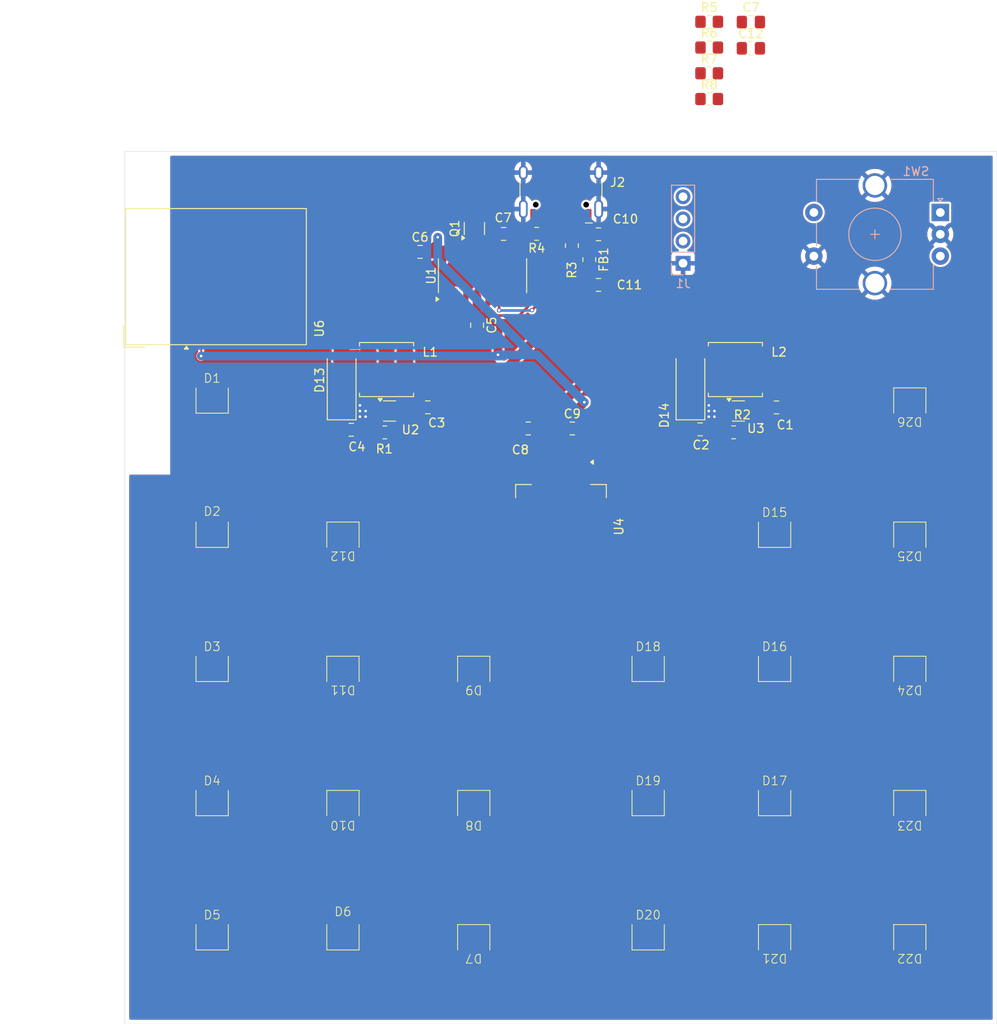
<source format=kicad_pcb>
(kicad_pcb (version 20240108) (generator "pcbnew") (generator_version "8.0")
  (layers (0 "F.Cu" signal) (31 "B.Cu" signal) (34 "B.Paste" user) (35 "F.Paste" user) (36 "B.SilkS" user "B.Silkscreen") (37 "F.SilkS" user "F.Silkscreen") (38 "B.Mask" user) (39 "F.Mask" user) (44 "Edge.Cuts" user))
  (net 0 "")
  (net 1 "/~{RTS}")
  (net 2 "/~{DTR}")
  (net 3 "/ESP_EN")
  (net 4 "/ESP_IO0")
  (net 10 "GND")
  (net 11 "/D+")
  (net 12 "/D-")
  (net 13 "+3.3V")
  (net 16 "+5V")
  (net 17 "Net-(D1-K)")
  (net 18 "Net-(D1-A)")
  (net 19 "Net-(D2-K)")
  (net 20 "Net-(D3-K)")
  (net 21 "Net-(D4-K)")
  (net 22 "Net-(D5-K)")
  (net 23 "Net-(D6-K)")
  (net 24 "Net-(D7-K)")
  (net 25 "Net-(D8-K)")
  (net 26 "Net-(D10-A)")
  (net 27 "Net-(D10-K)")
  (net 28 "Net-(D11-K)")
  (net 29 "Net-(D12-K)")
  (net 30 "Net-(D14-K)")
  (net 31 "Net-(D15-K)")
  (net 32 "Net-(D16-K)")
  (net 33 "Net-(D17-K)")
  (net 34 "Net-(D18-K)")
  (net 35 "Net-(D19-K)")
  (net 36 "Net-(D20-K)")
  (net 37 "Net-(D21-K)")
  (net 38 "Net-(D22-K)")
  (net 39 "Net-(D23-K)")
  (net 40 "Net-(D24-K)")
  (net 41 "Net-(D25-K)")
  (net 42 "Net-(D26-K)")
  (net 80 "Net-(D13-A)")
  (net 81 "Net-(D14-A)")
  (net 83 "/ESP_32_TX")
  (net 84 "/ESP_32_RX")
  (net 86 "Net-(J2-CC1)")
  (net 87 "Net-(J2-CC2)")
  (net 89 "VBUS")
  (net 90 "/SDA")
  (net 91 "/SCL")
  (net 92 "/EncoderButton")
  (net 93 "Net-(R5-Pad1)")
  (net 94 "/EncoderA")
  (net 95 "/EncoderB")
  (footprint "Resistor_SMD:R_0805_2012Metric_Pad1.20x1.40mm_HandSolder" (layer "F.Cu") (at 101.25 60.8 -90)
    (property "Reference" "R3")
    (property "Value" "5.1K" (hide yes))
  )
  (footprint "Capacitor_SMD:C_0805_2012Metric_Pad1.18x1.45mm_HandSolder" (layer "F.Cu") (at 90.3825 69.91375 -90)
    (property "Reference" "C5")
    (property "Value" "0.1uF ")
  )
  (footprint "Resistor_SMD:R_0805_2012Metric_Pad1.20x1.40mm_HandSolder" (layer "F.Cu") (at 79.8 82.2)
    (property "Reference" "R1")
    (property "Value" "2.04ohm" (hide yes))
  )
  (footprint "LED_SMD:LED_SPMWHD32AMH0XAR0PR" (layer "F.Cu") (at 110 109.25)
    (property "Reference" "D18")
    (property "Value" "LED")
  )
  (footprint "Resistor_SMD:R_0805_2012Metric_Pad1.20x1.40mm_HandSolder" (layer "F.Cu") (at 97.22 59.45 180)
    (property "Reference" "R4")
    (property "Value" "5.1K")
  )
  (footprint "Capacitor_SMD:C_0805_2012Metric_Pad1.18x1.45mm_HandSolder" (layer "F.Cu") (at 121.78 35.18)
    (property "Reference" "C7")
    (property "Value" "0.1uF ")
  )
  (footprint "LED_SMD:LED_SPMWHD32AMH0XAR0PR" (layer "F.Cu") (at 90 124.725 180)
    (property "Reference" "D8")
    (property "Value" "LED")
  )
  (footprint "Package_TO_SOT_SMD:SOT-363_SC-70-6" (layer "F.Cu") (at 90.0725 58.84 90)
    (property "Reference" "Q1")
    (property "Value" "UMH3N" (hide yes))
  )
  (footprint "LED_SMD:LED_SPMWHD32AMH0XAR0PR" (layer "F.Cu") (at 60 124.625)
    (property "Reference" "D4")
    (property "Value" "LED")
  )
  (footprint "LED_SMD:LED_SPMWHD32AMH0XAR0PR" (layer "F.Cu") (at 140 78.6 180)
    (property "Reference" "D26")
    (property "Value" "LED")
  )
  (footprint "LED_SMD:LED_SPMWHD32AMH0XAR0PR" (layer "F.Cu") (at 75 93.975 180)
    (property "Reference" "D12")
    (property "Value" "LED")
  )
  (footprint "Capacitor_SMD:C_0805_2012Metric_Pad1.18x1.45mm_HandSolder" (layer "F.Cu") (at 75.95 81.9)
    (property "Reference" "C4")
    (property "Value" "4.7uF" (hide yes))
  )
  (footprint "LED_SMD:LED_SPMWHD32AMH0XAR0PR" (layer "F.Cu") (at 124.5 93.875)
    (property "Reference" "D15")
    (property "Value" "LED")
  )
  (footprint "LED_SMD:LED_SPMWHD32AMH0XAR0PR" (layer "F.Cu") (at 60 109.25)
    (property "Reference" "D3")
    (property "Value" "LED")
  )
  (footprint "LED_SMD:LED_SPMWHD32AMH0XAR0PR" (layer "F.Cu") (at 124.5 124.625)
    (property "Reference" "D17")
    (property "Value" "LED")
  )
  (footprint "Resistor_SMD:R_0805_2012Metric_Pad1.20x1.40mm_HandSolder" (layer "F.Cu") (at 117 44)
    (property "Reference" "R8")
    (property "Value" "10k")
  )
  (footprint "Diode_SMD:D_SMA_Handsoldering" (layer "F.Cu") (at 114.85 76.25 90)
    (property "Reference" "D14")
    (property "Value" "SK16")
  )
  (footprint "Capacitor_SMD:C_0805_2012Metric_Pad1.18x1.45mm_HandSolder" (layer "F.Cu") (at 101.3 81.75)
    (property "Reference" "C9")
    (property "Value" "22uF")
  )
  (footprint "Connector_USB:USB_C_Receptacle_HCTL_HC-TYPE-C-16P-01A" (layer "F.Cu") (at 100 53.5 180)
    (property "Reference" "J2")
    (property "Value" "USB_C_Receptacle_USB2.0_16P")
  )
  (footprint "LED_SMD:LED_SPMWHD32AMH0XAR0PR" (layer "F.Cu") (at 60 78.5)
    (property "Reference" "D1")
    (property "Value" "LED")
  )
  (footprint "Package_SO:SOIC-16_3.9x9.9mm_P1.27mm" (layer "F.Cu") (at 91.0075 64.23875 90)
    (property "Reference" "U1")
    (property "Value" "CH340C" (hide yes))
  )
  (footprint "Resistor_SMD:R_0805_2012Metric_Pad1.20x1.40mm_HandSolder" (layer "F.Cu") (at 117 41.05)
    (property "Reference" "R7")
    (property "Value" "10k")
  )
  (footprint "Inductor_SMD:L_TDK_VLS6045EX_VLS6045AF" (layer "F.Cu") (at 80 75 180)
    (property "Reference" "L1")
    (property "Value" "VLS6045EX-100M-H")
  )
  (footprint "Capacitor_SMD:C_0805_2012Metric_Pad1.18x1.45mm_HandSolder" (layer "F.Cu") (at 115.9625 81.85)
    (property "Reference" "C2")
    (property "Value" "4.7uF" (hide yes))
  )
  (footprint "Package_TO_SOT_SMD:SOT-353_SC-70-5_Handsoldering" (layer "F.Cu") (at 80.35 79.75)
    (property "Reference" "U2")
    (property "Value" "TPS61169DCKR" (hide yes))
  )
  (footprint "LED_SMD:LED_SPMWHD32AMH0XAR0PR" (layer "F.Cu") (at 140 93.975 180)
    (property "Reference" "D25")
    (property "Value" "LED")
  )
  (footprint "LED_SMD:LED_SPMWHD32AMH0XAR0PR" (layer "F.Cu") (at 90 140.1 180)
    (property "Reference" "D7")
    (property "Value" "LED")
  )
  (footprint "Diode_SMD:D_SMA_Handsoldering" (layer "F.Cu") (at 74.85 76.25 90)
    (property "Reference" "D13")
    (property "Value" "SK16" (hide yes))
  )
  (footprint "RF_Module:ESP32-S2-MINI-1" (layer "F.Cu") (at 60.45 64.35 90)
    (property "Reference" "U6")
    (property "Value" "ESP32-S3-MINI-1")
  )
  (footprint "LED_SMD:LED_SPMWHD32AMH0XAR0PR" (layer "F.Cu") (at 75 124.725 180)
    (property "Reference" "D10")
    (property "Value" "LED")
  )
  (footprint "LED_SMD:LED_SPMWHD32AMH0XAR0PR" (layer "F.Cu") (at 60 93.875)
    (property "Reference" "D2")
    (property "Value" "LED")
  )
  (footprint "LED_SMD:LED_SPMWHD32AMH0XAR0PR" (layer "F.Cu") (at 110 140)
    (property "Reference" "D20")
    (property "Value" "LED")
  )
  (footprint "Resistor_SMD:R_0805_2012Metric_Pad1.20x1.40mm_HandSolder" (layer "F.Cu") (at 103.25 62.4 -90)
    (property "Reference" "FB1")
    (property "Value" "MI0805K400R-10" (hide yes))
  )
  (footprint "LED_SMD:LED_SPMWHD32AMH0XAR0PR" (layer "F.Cu") (at 90 109.35 180)
    (property "Reference" "D9")
    (property "Value" "LED")
  )
  (footprint "Inductor_SMD:L_TDK_VLS6045EX_VLS6045AF" (layer "F.Cu") (at 120 75 180)
    (property "Reference" "L2")
    (property "Value" "VLS6045EX-100M-H")
  )
  (footprint "Capacitor_SMD:C_0805_2012Metric_Pad1.18x1.45mm_HandSolder" (layer "F.Cu") (at 124.72 79.34)
    (property "Reference" "C1")
    (property "Value" "4.7uF")
  )
  (footprint "LED_SMD:LED_SPMWHD32AMH0XAR0PR" (layer "F.Cu") (at 124.5 140.1 180)
    (property "Reference" "D21")
    (property "Value" "LED")
  )
  (footprint "Resistor_SMD:R_0805_2012Metric_Pad1.20x1.40mm_HandSolder" (layer "F.Cu") (at 117 35.15)
    (property "Reference" "R5")
    (property "Value" "10k")
  )
  (footprint "Capacitor_SMD:C_0805_2012Metric_Pad1.18x1.45mm_HandSolder" (layer "F.Cu") (at 104.3 59.5)
    (property "Reference" "C10")
    (property "Value" "10uf")
  )
  (footprint "Resistor_SMD:R_0805_2012Metric_Pad1.20x1.40mm_HandSolder" (layer "F.Cu") (at 119.8 82.19)
    (property "Reference" "R2")
    (property "Value" "2.04ohm")
  )
  (footprint "Capacitor_SMD:C_0805_2012Metric_Pad1.18x1.45mm_HandSolder" (layer "F.Cu") (at 121.78 38.19)
    (property "Reference" "C12")
    (property "Value" "0.1uF ")
  )
  (footprint "Capacitor_SMD:C_0805_2012Metric_Pad1.18x1.45mm_HandSolder" (layer "F.Cu") (at 104.3 65.3)
    (property "Reference" "C11")
    (property "Value" "0.1uf")
  )
  (footprint "LED_SMD:LED_SPMWHD32AMH0XAR0PR" (layer "F.Cu") (at 140 124.725 180)
    (property "Reference" "D23")
    (property "Value" "LED")
  )
  (footprint "Capacitor_SMD:C_0805_2012Metric_Pad1.18x1.45mm_HandSolder" (layer "F.Cu") (at 83.845 61.51375)
    (property "Reference" "C6")
    (property "Value" "0.1uF ")
  )
  (footprint "LED_SMD:LED_SPMWHD32AMH0XAR0PR" (layer "F.Cu") (at 124.5 109.25)
    (property "Reference" "D16")
    (property "Value" "LED")
  )
  (footprint "LED_SMD:LED_SPMWHD32AMH0XAR0PR" (layer "F.Cu") (at 140 140.1 180)
    (property "Reference" "D22")
    (property "Value" "LED")
  )
  (footprint "LED_SMD:LED_SPMWHD32AMH0XAR0PR" (layer "F.Cu") (at 75 140)
    (property "Reference" "D6")
    (property "Value" "LED")
  )
  (footprint "Capacitor_SMD:C_0805_2012Metric_Pad1.18x1.45mm_HandSolder" (layer "F.Cu") (at 96.25 81.75 180)
    (property "Reference" "C8")
    (property "Value" "10uf")
  )
  (footprint "LED_SMD:LED_SPMWHD32AMH0XAR0PR" (layer "F.Cu") (at 140 109.35 180)
    (property "Reference" "D24")
    (property "Value" "LED")
  )
  (footprint "LED_SMD:LED_SPMWHD32AMH0XAR0PR" (layer "F.Cu") (at 60 140)
    (property "Reference" "D5")
    (property "Value" "LED")
  )
  (footprint "Package_TO_SOT_SMD:SOT-353_SC-70-5_Handsoldering" (layer "F.Cu") (at 120.35 79.75)
    (property "Reference" "U3")
    (property "Value" "TPS61169DCKR" (hide yes))
  )
  (footprint "Capacitor_SMD:C_0805_2012Metric_Pad1.18x1.45mm_HandSolder" (layer "F.Cu") (at 93.4225 59.46)
    (property "Reference" "C7")
    (property "Value" "1uF ")
  )
  (footprint "LED_SMD:LED_SPMWHD32AMH0XAR0PR" (layer "F.Cu") (at 75 109.35 180)
    (property "Reference" "D11")
    (property "Value" "LED")
  )
  (footprint "Package_TO_SOT_SMD:TO-263-3_TabPin2" (layer "F.Cu") (at 100 93 -90)
    (property "Reference" "U4")
    (property "Value" "LM1117S-3.3")
  )
  (footprint "Resistor_SMD:R_0805_2012Metric_Pad1.20x1.40mm_HandSolder" (layer "F.Cu") (at 117 38.1)
    (property "Reference" "R6")
    (property "Value" "1k")
  )
  (footprint "Capacitor_SMD:C_0805_2012Metric_Pad1.18x1.45mm_HandSolder" (layer "F.Cu") (at 84.725 79.33)
    (property "Reference" "C3")
    (property "Value" "4.7uF" (hide yes))
  )
  (footprint "LED_SMD:LED_SPMWHD32AMH0XAR0PR" (layer "F.Cu") (at 110 124.625)
    (property "Reference" "D19")
    (property "Value" "LED")
  )
  (footprint "Connector_PinHeader_2.54mm:PinHeader_1x04_P2.54mm_Vertical" (layer "B.Cu") (at 114 62.818303)
    (property "Reference" "J1")
    (property "Value" "Conn_01x04_Pin")
  )
  (footprint "Rotary_Encoder:RotaryEncoder_Alps_EC12E-Switch_Vertical_H20mm_CircularMountingHoles" (layer "B.Cu") (at 143.5 57 180)
    (property "Reference" "SW1")
    (property "Value" "RotaryEncoder_Switch_MP")
  )
  (gr_rect (start 50 50) (end 150 150) (stroke (width 0.05)) (fill none) (layer "Edge.Cuts"))
  (segment (start 90.0725 57.89) (end 90.0725 58.214999) (width 0.3) (layer "F.Cu") (net 1))
  (segment (start 89.4225 58.864999) (end 89.4225 59.79) (width 0.3) (layer "F.Cu") (net 1))
  (segment (start 89.1025 61.76375) (end 89.1025 60.11) (width 0.3) (layer "F.Cu") (net 1))
  (segment (start 90.0725 58.214999) (end 89.4225 58.864999) (width 0.3) (layer "F.Cu") (net 1))
  (segment (start 89.1025 60.11) (end 89.4225 59.79) (width 0.3) (layer "F.Cu") (net 1))
  (segment (start 90.7225 58.825832) (end 90.0725 59.475832) (width 0.3) (layer "F.Cu") (net 2))
  (segment (start 90.0725 61.46375) (end 90.0725 59.79) (width 0.3) (layer "F.Cu") (net 2))
  (segment (start 90.3725 61.76375) (end 90.0725 61.46375) (width 0.3) (layer "F.Cu") (net 2))
  (segment (start 90.0725 59.475832) (end 90.0725 59.79) (width 0.3) (layer "F.Cu") (net 2))
  (segment (start 90.7225 57.89) (end 90.7225 58.825832) (width 0.3) (layer "F.Cu") (net 2))
  (segment (start 57.05 54.05) (end 57.05 54.85) (width 0.4) (layer "F.Cu") (net 3))
  (segment (start 84.3325 52.8) (end 58.3 52.8) (width 0.4) (layer "F.Cu") (net 3))
  (segment (start 89.4225 57.89) (end 84.3325 52.8) (width 0.4) (layer "F.Cu") (net 3))
  (segment (start 58.3 52.8) (end 57.05 54.05) (width 0.4) (layer "F.Cu") (net 3))
  (segment (start 92.055 59.79) (end 92.385 59.46) (width 0.3) (layer "F.Cu") (net 4))
  (segment (start 90.7225 59.79) (end 92.055 59.79) (width 0.3) (layer "F.Cu") (net 4))
  (segment (start 102.54 81.9525) (end 102.3375 81.75) (width 1) (layer "F.Cu") (net 10))
  (segment (start 102.54 85.35) (end 102.54 81.9525) (width 1) (layer "F.Cu") (net 10))
  (via (at 76.95 79.75) (size 0.6) (drill 0.3) (layers "F.Cu" "B.Cu") (net 10))
  (via (at 116.95 79.75) (size 0.6) (drill 0.3) (layers "F.Cu" "B.Cu") (net 10))
  (via (at 117.6 80.4) (size 0.6) (drill 0.3) (layers "F.Cu" "B.Cu") (net 10))
  (via (at 76.95 79.1) (size 0.6) (drill 0.3) (layers "F.Cu" "B.Cu") (net 10))
  (via (at 77.6 79.75) (size 0.6) (drill 0.3) (layers "F.Cu" "B.Cu") (net 10))
  (via (at 76.95 80.4) (size 0.6) (drill 0.3) (layers "F.Cu" "B.Cu") (net 10))
  (via (at 117.6 79.75) (size 0.6) (drill 0.3) (layers "F.Cu" "B.Cu") (net 10))
  (via (at 77.6 80.4) (size 0.6) (drill 0.3) (layers "F.Cu" "B.Cu") (net 10))
  (via (at 116.95 80.4) (size 0.6) (drill 0.3) (layers "F.Cu" "B.Cu") (net 10))
  (via (at 116.95 79.1) (size 0.6) (drill 0.3) (layers "F.Cu" "B.Cu") (net 10))
  (segment (start 100.00312 56.245) (end 99.49688 56.245) (width 0.3) (layer "F.Cu") (net 11))
  (segment (start 100.25 57.245) (end 100.25 56.49188) (width 0.3) (layer "F.Cu") (net 11))
  (segment (start 99.49688 56.245) (end 99.25 56.49188) (width 0.3) (layer "F.Cu") (net 11))
  (segment (start 95.2 68.81) (end 99.25 64.76) (width 0.3) (layer "F.Cu") (net 11))
  (segment (start 91.6425 66.71375) (end 91.6425 67.791029) (width 0.3) (layer "F.Cu") (net 11))
  (segment (start 100.25 56.49188) (end 100.00312 56.245) (width 0.3) (layer "F.Cu") (net 11))
  (segment (start 92.661471 68.81) (end 95.2 68.81) (width 0.3) (layer "F.Cu") (net 11))
  (segment (start 91.6425 67.791029) (end 92.661471 68.81) (width 0.3) (layer "F.Cu") (net 11))
  (segment (start 99.25 64.76) (end 99.25 57.245) (width 0.3) (layer "F.Cu") (net 11))
  (segment (start 99.25 56.49188) (end 99.25 57.245) (width 0.3) (layer "F.Cu") (net 11))
  (segment (start 96.674265 68.184265) (end 99.75 65.10853) (width 0.3) (layer "F.Cu") (net 12))
  (segment (start 99.75 58.05) (end 99.75 57.245) (width 0.3) (layer "F.Cu") (net 12))
  (segment (start 92.91 68.21) (end 92.9125 68.2075) (width 0.3) (layer "F.Cu") (net 12))
  (segment (start 100.50312 58.245) (end 99.945 58.245) (width 0.3) (layer "F.Cu") (net 12))
  (segment (start 99.945 58.245) (end 99.75 58.05) (width 0.3) (layer "F.Cu") (net 12))
  (segment (start 100.75 57.245) (end 100.75 57.99812) (width 0.3) (layer "F.Cu") (net 12))
  (segment (start 99.75 65.10853) (end 99.75 57.245) (width 0.3) (layer "F.Cu") (net 12))
  (segment (start 92.9125 68.2075) (end 92.9125 66.71375) (width 0.3) (layer "F.Cu") (net 12))
  (segment (start 100.75 57.99812) (end 100.50312 58.245) (width 0.3) (layer "F.Cu") (net 12))
  (via (at 92.91 68.21) (size 0.5) (drill 0.3) (layers "F.Cu" "B.Cu") (net 12))
  (via (at 96.674265 68.184265) (size 0.5) (drill 0.3) (layers "F.Cu" "B.Cu") (net 12))
  (segment (start 92.93 68.23) (end 92.91 68.21) (width 0.3) (layer "B.Cu") (net 12))
  (segment (start 96.62853 68.23) (end 92.93 68.23) (width 0.3) (layer "B.Cu") (net 12))
  (segment (start 96.674265 68.184265) (end 96.62853 68.23) (width 0.3) (layer "B.Cu") (net 12))
  (segment (start 90.3725 66.71375) (end 90.3725 68.86625) (width 1) (layer "F.Cu") (net 13))
  (segment (start 58.75 73.44) (end 58.75 68.85) (width 0.2) (layer "F.Cu") (net 13))
  (segment (start 92.78 73.31) (end 92.78 70.54875) (width 1) (layer "F.Cu") (net 13))
  (segment (start 85.87 60.52625) (end 84.8825 61.51375) (width 1) (layer "F.Cu") (net 13))
  (segment (start 85.87 59.84) (end 85.87 60.52625) (width 1) (layer "F.Cu") (net 13))
  (segment (start 100.2625 81.75) (end 100.2625 81.1575) (width 1) (layer "F.Cu") (net 13))
  (segment (start 86.5625 61.76375) (end 85.1325 61.76375) (width 1) (layer "F.Cu") (net 13))
  (segment (start 92.78 70.54875) (end 91.1075 68.87625) (width 1) (layer "F.Cu") (net 13))
  (segment (start 58.74 73.45) (end 58.75 73.44) (width 0.2) (layer "F.Cu") (net 13))
  (segment (start 90.3725 68.86625) (end 90.3825 68.87625) (width 1) (layer "F.Cu") (net 13))
  (segment (start 91.1075 68.87625) (end 90.3825 68.87625) (width 1) (layer "F.Cu") (net 13))
  (segment (start 85.1325 61.76375) (end 84.8825 61.51375) (width 1) (layer "F.Cu") (net 13))
  (segment (start 100.2625 81.1575) (end 102.68 78.74) (width 1) (layer "F.Cu") (net 13))
  (segment (start 100 85.35) (end 100 82.0125) (width 1) (layer "F.Cu") (net 13))
  (segment (start 100 82.0125) (end 100.2625 81.75) (width 1) (layer "F.Cu") (net 13))
  (via (at 58.74 73.45) (size 0.6) (drill 0.3) (layers "F.Cu" "B.Cu") (net 13))
  (via (at 92.78 73.31) (size 0.6) (drill 0.3) (layers "F.Cu" "B.Cu") (net 13))
  (via (at 102.68 78.74) (size 0.6) (drill 0.3) (layers "F.Cu" "B.Cu") (net 13))
  (via (at 85.87 59.84) (size 0.6) (drill 0.3) (layers "F.Cu" "B.Cu") (net 13))
  (segment (start 93.45 73.45) (end 58.74 73.45) (width 1) (layer "B.Cu") (net 13))
  (segment (start 93.59 73.31) (end 93.45 73.45) (width 1) (layer "B.Cu") (net 13))
  (segment (start 102.68 78.74) (end 97.25 73.31) (width 1) (layer "B.Cu") (net 13))
  (segment (start 85.87 62.513503) (end 85.87 59.84) (width 1) (layer "B.Cu") (net 13))
  (segment (start 93.59 73.31) (end 92.78 73.31) (width 1) (layer "B.Cu") (net 13))
  (segment (start 97.25 73.31) (end 96.666497 73.31) (width 1) (layer "B.Cu") (net 13))
  (segment (start 97.25 73.31) (end 93.59 73.31) (width 1) (layer "B.Cu") (net 13))
  (segment (start 96.666497 73.31) (end 85.87 62.513503) (width 1) (layer "B.Cu") (net 13))
  (segment (start 83.4575 79.1) (end 81.68 79.1) (width 1.5) (layer "F.Cu") (net 16))
  (segment (start 83.6875 79.33) (end 83.4575 79.1) (width 1.5) (layer "F.Cu") (net 16))
  (segment (start 123.6825 79.34) (end 123.4425 79.1) (width 1.5) (layer "F.Cu") (net 16))
  (segment (start 103.25 63.4) (end 103.25 65.2875) (width 1) (layer "F.Cu") (net 16))
  (segment (start 103.25 65.2875) (end 103.2625 65.3) (width 1) (layer "F.Cu") (net 16))
  (segment (start 107.8875 70.65) (end 120.299999 70.65) (width 1) (layer "F.Cu") (net 16))
  (segment (start 97.46 85.35) (end 97.46 81.9225) (width 1) (layer "F.Cu") (net 16))
  (segment (start 122.1 77.7575) (end 123.6825 79.34) (width 1.5) (layer "F.Cu") (net 16))
  (segment (start 103.2625 65.3) (end 103.2625 66.025) (width 1) (layer "F.Cu") (net 16))
  (segment (start 103.2625 65.3) (end 103.2625 75.775) (width 1) (layer "F.Cu") (net 16))
  (segment (start 103.2625 75.775) (end 97.2875 81.75) (width 1) (layer "F.Cu") (net 16))
  (segment (start 82.1 77.7425) (end 83.6875 79.33) (width 2) (layer "F.Cu") (net 16))
  (segment (start 82.1 75) (end 82.1 77.7425) (width 2) (layer "F.Cu") (net 16))
  (segment (start 123.4425 79.1) (end 121.68 79.1) (width 1.5) (layer "F.Cu") (net 16))
  (segment (start 122.1 75) (end 122.1 77.7575) (width 1.5) (layer "F.Cu") (net 16))
  (segment (start 120.299999 70.65) (end 122.1 72.450001) (width 1) (layer "F.Cu") (net 16))
  (segment (start 97.46 81.9225) (end 97.2875 81.75) (width 1) (layer "F.Cu") (net 16))
  (segment (start 103.2625 66.025) (end 107.8875 70.65) (width 1) (layer "F.Cu") (net 16))
  (segment (start 122.1 72.450001) (end 122.1 75) (width 1) (layer "F.Cu") (net 16))
  (segment (start 103.2625 65.3) (end 93.5625 75) (width 1) (layer "F.Cu") (net 16))
  (segment (start 93.5625 75) (end 82.1 75) (width 1) (layer "F.Cu") (net 16))
  (segment (start 60 79.625) (end 60 92.75) (width 1) (layer "F.Cu") (net 17))
  (segment (start 73.475 77.375) (end 60 77.375) (width 1) (layer "F.Cu") (net 18))
  (segment (start 74.7875 78.7875) (end 74.75 78.75) (width 1) (layer "F.Cu") (net 18))
  (segment (start 74.85 78.75) (end 73.475 77.375) (width 1) (layer "F.Cu") (net 18))
  (segment (start 74.9125 81.9) (end 74.9125 78.8125) (width 1) (layer "F.Cu") (net 18))
  (segment (start 74.9125 78.8125) (end 74.85 78.75) (width 1) (layer "F.Cu") (net 18))
  (segment (start 60 95) (end 60 108.125) (width 1) (layer "F.Cu") (net 19))
  (segment (start 60 110.375) (end 60 123.5) (width 1) (layer "F.Cu") (net 20))
  (segment (start 60 125.75) (end 60 138.875) (width 1) (layer "F.Cu") (net 21))
  (segment (start 61.475 141.125) (end 63.725 138.875) (width 1) (layer "F.Cu") (net 22))
  (segment (start 63.725 138.875) (end 75 138.875) (width 1) (layer "F.Cu") (net 22))
  (segment (start 60 141.125) (end 61.475 141.125) (width 1) (layer "F.Cu") (net 22))
  (segment (start 75 141.125) (end 89.9 141.125) (width 1) (layer "F.Cu") (net 23))
  (segment (start 89.9 141.125) (end 90 141.225) (width 1) (layer "F.Cu") (net 23))
  (segment (start 90 138.975) (end 90 125.85) (width 1) (layer "F.Cu") (net 24))
  (segment (start 90 123.6) (end 90 110.475) (width 1) (layer "F.Cu") (net 25))
  (segment (start 85 110) (end 86.775 108.225) (width 1) (layer "F.Cu") (net 26))
  (segment (start 85 117.325) (end 85 110) (width 1) (layer "F.Cu") (net 26))
  (segment (start 76.475 125.85) (end 85 117.325) (width 1) (layer "F.Cu") (net 26))
  (segment (start 86.775 108.225) (end 90 108.225) (width 1) (layer "F.Cu") (net 26))
  (segment (start 75 125.85) (end 76.475 125.85) (width 1) (layer "F.Cu") (net 26))
  (segment (start 75 123.6) (end 75 110.475) (width 1) (layer "F.Cu") (net 27))
  (segment (start 75 108.225) (end 75 95.1) (width 1) (layer "F.Cu") (net 28))
  (segment (start 78.8 81.12) (end 79.02 80.9) (width 1.5) (layer "F.Cu") (net 29))
  (segment (start 75 89.7) (end 78.8 85.9) (width 1) (layer "F.Cu") (net 29))
  (segment (start 78.8 82.2) (end 78.8 81.12) (width 1.5) (layer "F.Cu") (net 29))
  (segment (start 78.8 85.9) (end 78.8 82.2) (width 1) (layer "F.Cu") (net 29))
  (segment (start 75 92.85) (end 75 89.7) (width 1) (layer "F.Cu") (net 29))
  (segment (start 114.925 82.575) (end 124.5 92.15) (width 1) (layer "F.Cu") (net 30))
  (segment (start 124.5 92.15) (end 124.5 92.75) (width 1) (layer "F.Cu") (net 30))
  (segment (start 114.85 78.75) (end 114.85 81.775) (width 1) (layer "F.Cu") (net 30))
  (segment (start 114.85 81.775) (end 114.925 81.85) (width 1) (layer "F.Cu") (net 30))
  (segment (start 114.925 81.85) (end 114.925 82.575) (width 1) (layer "F.Cu") (net 30))
  (segment (start 124.5 95) (end 124.5 108.125) (width 1) (layer "F.Cu") (net 31))
  (segment (start 124.5 110.375) (end 124.5 123.5) (width 1) (layer "F.Cu") (net 32))
  (segment (start 114.95 110) (end 113.075 108.125) (width 1) (layer "F.Cu") (net 33))
  (segment (start 124.5 125.75) (end 123.025 125.75) (width 1) (layer "F.Cu") (net 33))
  (segment (start 114.95 117.675) (end 114.95 110) (width 1) (layer "F.Cu") (net 33))
  (segment (start 113.075 108.125) (end 110 108.125) (width 1) (layer "F.Cu") (net 33))
  (segment (start 123.025 125.75) (end 114.95 117.675) (width 1) (layer "F.Cu") (net 33))
  (segment (start 110 110.375) (end 110 123.5) (width 1) (layer "F.Cu") (net 34))
  (segment (start 110 125.75) (end 110 138.875) (width 1) (layer "F.Cu") (net 35))
  (segment (start 110 141.125) (end 124.4 141.125) (width 1) (layer "F.Cu") (net 36))
  (segment (start 124.4 141.125) (end 124.5 141.225) (width 1) (layer "F.Cu") (net 36))
  (segment (start 125.975 138.975) (end 128.225 141.225) (width 1) (layer "F.Cu") (net 37))
  (segment (start 124.5 138.975) (end 125.975 138.975) (width 1) (layer "F.Cu") (net 37))
  (segment (start 128.225 141.225) (end 140 141.225) (width 1) (layer "F.Cu") (net 37))
  (segment (start 140 138.975) (end 140 125.85) (width 1) (layer "F.Cu") (net 38))
  (segment (start 140 123.6) (end 140 110.475) (width 1) (layer "F.Cu") (net 39))
  (segment (start 140 108.225) (end 140 95.1) (width 1) (layer "F.Cu") (net 40))
  (segment (start 140 92.85) (end 140 79.725) (width 1) (layer "F.Cu") (net 41))
  (segment (start 118.8 82.19) (end 118.8 81.12) (width 1.5) (layer "F.Cu") (net 42))
  (segment (start 118.8 83.8) (end 118.8 82.19) (width 1) (layer "F.Cu") (net 42))
  (segment (start 138.525 77.475) (end 131 85) (width 1) (layer "F.Cu") (net 42))
  (segment (start 118.8 81.12) (end 119.02 80.9) (width 1.5) (layer "F.Cu") (net 42))
  (segment (start 140 77.475) (end 138.525 77.475) (width 1) (layer "F.Cu") (net 42))
  (segment (start 131 85) (end 120 85) (width 1) (layer "F.Cu") (net 42))
  (segment (start 120 85) (end 118.8 83.8) (width 1) (layer "F.Cu") (net 42))
  (segment (start 77.9 77.378679) (end 78.871321 78.35) (width 2) (layer "F.Cu") (net 80))
  (segment (start 76.65 73.75) (end 77.9 75) (width 2) (layer "F.Cu") (net 80))
  (segment (start 77.9 75) (end 77.9 77.378679) (width 2) (layer "F.Cu") (net 80))
  (segment (start 74.85 73.75) (end 76.65 73.75) (width 2) (layer "F.Cu") (net 80))
  (segment (start 78.871321 78.35) (end 79.2 78.35) (width 2) (layer "F.Cu") (net 80))
  (segment (start 117.9 75) (end 116.1 75) (width 2) (layer "F.Cu") (net 81))
  (segment (start 118.871321 78.35) (end 119.05 78.35) (width 2) (layer "F.Cu") (net 81))
  (segment (start 117.9 75) (end 117.9 77.378679) (width 2) (layer "F.Cu") (net 81))
  (segment (start 116.1 75) (end 114.85 73.75) (width 2) (layer "F.Cu") (net 81))
  (segment (start 119.05 78.35) (end 119.9 78.3) (width 2) (layer "F.Cu") (net 81))
  (segment (start 117.9 77.378679) (end 118.871321 78.35) (width 2) (layer "F.Cu") (net 81))
  (segment (start 119.15 78.35) (end 119.1 78.35) (width 2) (layer "F.Cu") (net 81))
  (segment (start 119.9 78.3) (end 119.15 78.35) (width 2) (layer "F.Cu") (net 81))
  (segment (start 101.25 57.245) (end 101.25 59.8) (width 0.3) (layer "F.Cu") (net 86))
  (segment (start 98.25 57.245) (end 98.25 59.45) (width 0.3) (layer "F.Cu") (net 87))
  (segment (start 98.740305 55.5) (end 97.6 56.640305) (width 0.3) (layer "F.Cu") (net 89))
  (segment (start 97.6 56.640305) (end 97.6 57.245) (width 0.3) (layer "F.Cu") (net 89))
  (segment (start 102.4 58.6375) (end 103.2625 59.5) (width 0.6) (layer "F.Cu") (net 89))
  (segment (start 102.4 56.640305) (end 101.259695 55.5) (width 0.3) (layer "F.Cu") (net 89))
  (segment (start 103.2625 61.3875) (end 103.25 61.4) (width 1) (layer "F.Cu") (net 89))
  (segment (start 103.2375 61.3875) (end 103.25 61.4) (width 1) (layer "F.Cu") (net 89))
  (segment (start 103.2625 59.5) (end 103.2625 61.3875) (width 1) (layer "F.Cu") (net 89))
  (segment (start 101.259695 55.5) (end 98.740305 55.5) (width 0.3) (layer "F.Cu") (net 89))
  (segment (start 102.4 57.245) (end 102.4 56.640305) (width 0.3) (layer "F.Cu") (net 89))
  (segment (start 102.4 57.245) (end 102.4 58.6375) (width 0.6) (layer "F.Cu") (net 89))
  (zone (net 10) (net_name "GND") (layers "F&B.Cu") (connect_pads thru_hole_only (clearance 0.25)) (min_thickness 0.25) (fill yes (thermal_gap 0.5) (thermal_bridge_width 0.5))
    (polygon (pts (xy 150 50) (xy 50 50) (xy 50 150) (xy 150 150)))
  )
)
</source>
